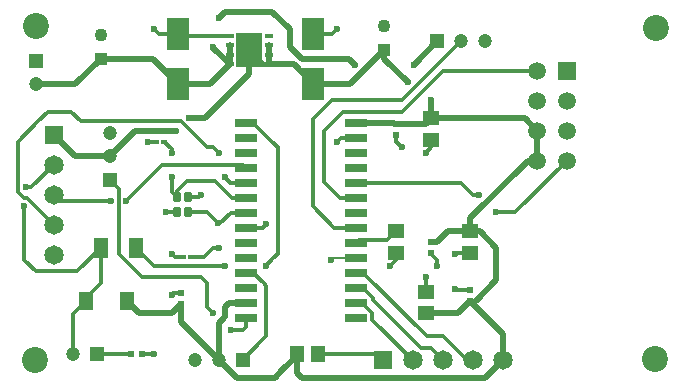
<source format=gtl>
G04 #@! TF.GenerationSoftware,KiCad,Pcbnew,8.0.7*
G04 #@! TF.CreationDate,2025-01-30T16:18:45+01:00*
G04 #@! TF.ProjectId,schematics,73636865-6d61-4746-9963-732e6b696361,rev?*
G04 #@! TF.SameCoordinates,Original*
G04 #@! TF.FileFunction,Copper,L1,Top*
G04 #@! TF.FilePolarity,Positive*
%FSLAX46Y46*%
G04 Gerber Fmt 4.6, Leading zero omitted, Abs format (unit mm)*
G04 Created by KiCad (PCBNEW 8.0.7) date 2025-01-30 16:18:45*
%MOMM*%
%LPD*%
G01*
G04 APERTURE LIST*
G04 Aperture macros list*
%AMRoundRect*
0 Rectangle with rounded corners*
0 $1 Rounding radius*
0 $2 $3 $4 $5 $6 $7 $8 $9 X,Y pos of 4 corners*
0 Add a 4 corners polygon primitive as box body*
4,1,4,$2,$3,$4,$5,$6,$7,$8,$9,$2,$3,0*
0 Add four circle primitives for the rounded corners*
1,1,$1+$1,$2,$3*
1,1,$1+$1,$4,$5*
1,1,$1+$1,$6,$7*
1,1,$1+$1,$8,$9*
0 Add four rect primitives between the rounded corners*
20,1,$1+$1,$2,$3,$4,$5,0*
20,1,$1+$1,$4,$5,$6,$7,0*
20,1,$1+$1,$6,$7,$8,$9,0*
20,1,$1+$1,$8,$9,$2,$3,0*%
G04 Aperture macros list end*
G04 #@! TA.AperFunction,SMDPad,CuDef*
%ADD10R,0.470000X0.440000*%
G04 #@! TD*
G04 #@! TA.AperFunction,ComponentPad*
%ADD11R,1.100000X1.100000*%
G04 #@! TD*
G04 #@! TA.AperFunction,ComponentPad*
%ADD12C,1.100000*%
G04 #@! TD*
G04 #@! TA.AperFunction,ComponentPad*
%ADD13R,1.200000X1.200000*%
G04 #@! TD*
G04 #@! TA.AperFunction,ComponentPad*
%ADD14C,1.200000*%
G04 #@! TD*
G04 #@! TA.AperFunction,SMDPad,CuDef*
%ADD15R,1.450000X1.150000*%
G04 #@! TD*
G04 #@! TA.AperFunction,SMDPad,CuDef*
%ADD16R,1.150000X1.450000*%
G04 #@! TD*
G04 #@! TA.AperFunction,SMDPad,CuDef*
%ADD17R,1.150000X1.700000*%
G04 #@! TD*
G04 #@! TA.AperFunction,ComponentPad*
%ADD18R,1.500000X1.500000*%
G04 #@! TD*
G04 #@! TA.AperFunction,ComponentPad*
%ADD19C,1.500000*%
G04 #@! TD*
G04 #@! TA.AperFunction,SMDPad,CuDef*
%ADD20RoundRect,0.180000X0.180000X0.230000X-0.180000X0.230000X-0.180000X-0.230000X0.180000X-0.230000X0*%
G04 #@! TD*
G04 #@! TA.AperFunction,ComponentPad*
%ADD21R,1.650000X1.650000*%
G04 #@! TD*
G04 #@! TA.AperFunction,ComponentPad*
%ADD22C,1.650000*%
G04 #@! TD*
G04 #@! TA.AperFunction,SMDPad,CuDef*
%ADD23R,0.620000X0.620000*%
G04 #@! TD*
G04 #@! TA.AperFunction,SMDPad,CuDef*
%ADD24R,1.850000X2.750000*%
G04 #@! TD*
G04 #@! TA.AperFunction,SMDPad,CuDef*
%ADD25R,1.250000X1.500000*%
G04 #@! TD*
G04 #@! TA.AperFunction,SMDPad,CuDef*
%ADD26RoundRect,0.100000X-0.225000X-0.100000X0.225000X-0.100000X0.225000X0.100000X-0.225000X0.100000X0*%
G04 #@! TD*
G04 #@! TA.AperFunction,HeatsinkPad*
%ADD27R,2.200000X3.000000*%
G04 #@! TD*
G04 #@! TA.AperFunction,SMDPad,CuDef*
%ADD28R,1.850000X0.650000*%
G04 #@! TD*
G04 #@! TA.AperFunction,ViaPad*
%ADD29C,2.200000*%
G04 #@! TD*
G04 #@! TA.AperFunction,ViaPad*
%ADD30C,0.600000*%
G04 #@! TD*
G04 #@! TA.AperFunction,Conductor*
%ADD31C,0.200000*%
G04 #@! TD*
G04 #@! TA.AperFunction,Conductor*
%ADD32C,0.300000*%
G04 #@! TD*
G04 #@! TA.AperFunction,Conductor*
%ADD33C,0.500000*%
G04 #@! TD*
G04 #@! TA.AperFunction,Conductor*
%ADD34C,0.400000*%
G04 #@! TD*
G04 APERTURE END LIST*
D10*
X132465000Y-69750000D03*
X133135000Y-69750000D03*
D11*
X149500000Y-52210000D03*
D12*
X149500000Y-50210000D03*
D13*
X154000000Y-51500000D03*
D14*
X156000000Y-51500000D03*
X158000000Y-51500000D03*
D15*
X150500000Y-69400000D03*
X150500000Y-67600000D03*
D16*
X143900000Y-78000000D03*
X142100000Y-78000000D03*
D15*
X153500000Y-59850000D03*
X153500000Y-58050000D03*
D11*
X125500000Y-53000000D03*
D12*
X125500000Y-51000000D03*
D17*
X125500000Y-69000000D03*
X128500000Y-69000000D03*
D18*
X164990000Y-53990000D03*
D19*
X164990000Y-56530000D03*
X164990000Y-59070000D03*
X164990000Y-61610000D03*
X162450000Y-53990000D03*
X162450000Y-56530000D03*
X162450000Y-59070000D03*
X162450000Y-61610000D03*
D20*
X132924000Y-66000000D03*
X132924000Y-64726000D03*
X131950000Y-64726000D03*
X131950000Y-66000000D03*
D21*
X149380000Y-78500000D03*
D22*
X151920000Y-78500000D03*
X154460000Y-78500000D03*
X157000000Y-78500000D03*
X159540000Y-78500000D03*
D23*
X150500000Y-59450000D03*
X150500000Y-58550000D03*
D24*
X143500000Y-55100000D03*
X143500000Y-50900000D03*
D25*
X127725000Y-73500000D03*
X124275000Y-73500000D03*
D24*
X132000000Y-55100000D03*
X132000000Y-50900000D03*
D15*
X153000000Y-72700000D03*
X153000000Y-74500000D03*
D13*
X120050000Y-53150000D03*
D14*
X120050000Y-55150000D03*
D13*
X126250000Y-63250000D03*
D14*
X126250000Y-61250000D03*
X126250000Y-59250000D03*
D13*
X125150000Y-78000000D03*
D14*
X123150000Y-78000000D03*
D21*
X121500000Y-59420000D03*
D22*
X121500000Y-61960000D03*
X121500000Y-64500000D03*
X121500000Y-67040000D03*
X121500000Y-69580000D03*
D23*
X132250000Y-72850000D03*
X132250000Y-73750000D03*
D13*
X137500000Y-78500000D03*
D14*
X135500000Y-78500000D03*
X133500000Y-78500000D03*
D23*
X128950000Y-78000000D03*
X128050000Y-78000000D03*
D10*
X130885000Y-60000000D03*
X130215000Y-60000000D03*
D15*
X156750000Y-69400000D03*
X156750000Y-67600000D03*
D26*
X136400000Y-51050000D03*
X136400000Y-51850000D03*
X136400000Y-52650000D03*
X136400000Y-53450000D03*
X139700000Y-53450000D03*
X139700000Y-52650000D03*
X139700000Y-51850000D03*
X139700000Y-51050000D03*
D27*
X138050000Y-52250000D03*
D23*
X153500000Y-69400000D03*
X153500000Y-68500000D03*
X156750000Y-72600000D03*
X156750000Y-73500000D03*
D28*
X137780000Y-58395000D03*
X137780000Y-59665000D03*
X137780000Y-60935000D03*
X137780000Y-62205000D03*
X137780000Y-63475000D03*
X137780000Y-64745000D03*
X137780000Y-66015000D03*
X137780000Y-67285000D03*
X137780000Y-68555000D03*
X137780000Y-69825000D03*
X137780000Y-71095000D03*
X137780000Y-72365000D03*
X137780000Y-73635000D03*
X137780000Y-74905000D03*
X147130000Y-74905000D03*
X147130000Y-73635000D03*
X147130000Y-72365000D03*
X147130000Y-71095000D03*
X147130000Y-69825000D03*
X147130000Y-68555000D03*
X147130000Y-67285000D03*
X147130000Y-66015000D03*
X147130000Y-64745000D03*
X147130000Y-63475000D03*
X147130000Y-62205000D03*
X147130000Y-60935000D03*
X147130000Y-59665000D03*
X147130000Y-58395000D03*
D29*
X120050000Y-50200000D03*
X119950000Y-78500000D03*
X172550000Y-50400000D03*
X172450000Y-78400000D03*
D30*
X131500000Y-73000000D03*
X145000000Y-70000000D03*
X153000000Y-61000000D03*
X131000000Y-66000000D03*
X129500000Y-60000000D03*
X151000000Y-60500000D03*
X139500000Y-67000000D03*
X145500000Y-50500000D03*
X154000000Y-70500000D03*
X145500000Y-60000000D03*
X130000000Y-78000000D03*
X134000000Y-64500000D03*
X155500000Y-72500000D03*
X130000000Y-50500000D03*
X131500000Y-69500000D03*
X155500000Y-69500000D03*
X153000000Y-71500000D03*
X150000000Y-70500000D03*
X131875735Y-59124265D03*
X153500000Y-56500000D03*
X133000000Y-58000000D03*
X151500000Y-55000000D03*
X152000000Y-53500000D03*
X147000000Y-53500000D03*
X135500000Y-49500000D03*
X135000000Y-52000000D03*
X135500000Y-69000000D03*
X135433235Y-66933235D03*
X131500000Y-63000000D03*
X131500000Y-61000000D03*
X127650000Y-65000000D03*
X126350000Y-65000000D03*
X119000000Y-65500000D03*
X119154265Y-63845735D03*
X135500000Y-61000000D03*
X136000000Y-63000000D03*
X136500000Y-76000000D03*
X135000000Y-74500000D03*
X139500000Y-70500000D03*
X136000000Y-70500000D03*
X157500000Y-64500000D03*
X159000000Y-66000000D03*
D31*
X147130000Y-69825000D02*
X145175000Y-69825000D01*
D32*
X143500000Y-50900000D02*
X145100000Y-50900000D01*
X131950000Y-66000000D02*
X131000000Y-66000000D01*
X145835000Y-59665000D02*
X145500000Y-60000000D01*
X132000000Y-50900000D02*
X130400000Y-50900000D01*
D31*
X147345000Y-59450000D02*
X147130000Y-59665000D01*
D32*
X153000000Y-72000000D02*
X153000000Y-71500000D01*
D31*
X132000000Y-50900000D02*
X132400000Y-50900000D01*
D32*
X153500000Y-59850000D02*
X153500000Y-60500000D01*
X153000000Y-72700000D02*
X153000000Y-72000000D01*
D31*
X155600000Y-72600000D02*
X155500000Y-72500000D01*
X133774000Y-64726000D02*
X134000000Y-64500000D01*
D32*
X132550000Y-51050000D02*
X136400000Y-51050000D01*
D31*
X153500000Y-69400000D02*
X153500000Y-69500000D01*
D32*
X150500000Y-70000000D02*
X150000000Y-70500000D01*
X154000000Y-70000000D02*
X154000000Y-70500000D01*
D31*
X155600000Y-69400000D02*
X155500000Y-69500000D01*
X132500000Y-50110000D02*
X132610000Y-50110000D01*
D32*
X131750000Y-69750000D02*
X131500000Y-69500000D01*
X143900000Y-78000000D02*
X148880000Y-78000000D01*
D31*
X132400000Y-50900000D02*
X132550000Y-51050000D01*
D32*
X150500000Y-60000000D02*
X151000000Y-60500000D01*
D31*
X148880000Y-78000000D02*
X149380000Y-78500000D01*
D32*
X132465000Y-69750000D02*
X131750000Y-69750000D01*
X147130000Y-59665000D02*
X145835000Y-59665000D01*
X145100000Y-50900000D02*
X145500000Y-50500000D01*
X132924000Y-64726000D02*
X133774000Y-64726000D01*
X130215000Y-60000000D02*
X129500000Y-60000000D01*
X156750000Y-69400000D02*
X155600000Y-69400000D01*
D31*
X149400000Y-50110000D02*
X149500000Y-50210000D01*
X131650000Y-72850000D02*
X131500000Y-73000000D01*
D32*
X130400000Y-50900000D02*
X130000000Y-50500000D01*
X139215000Y-67285000D02*
X139500000Y-67000000D01*
X137780000Y-67285000D02*
X139215000Y-67285000D01*
X153500000Y-60500000D02*
X153000000Y-61000000D01*
X150500000Y-69400000D02*
X150500000Y-70000000D01*
X150500000Y-59450000D02*
X150500000Y-60000000D01*
X132250000Y-72850000D02*
X131650000Y-72850000D01*
X153500000Y-69500000D02*
X154000000Y-70000000D01*
X128950000Y-78000000D02*
X130000000Y-78000000D01*
X156750000Y-72600000D02*
X155600000Y-72600000D01*
D31*
X145175000Y-69825000D02*
X145000000Y-70000000D01*
D33*
X123330000Y-61250000D02*
X121500000Y-59420000D01*
X133000000Y-58000000D02*
X134350000Y-58000000D01*
X142100000Y-79600000D02*
X142500000Y-80000000D01*
X158040000Y-80000000D02*
X144100000Y-80000000D01*
X159540000Y-76290000D02*
X156750000Y-73500000D01*
X136365000Y-73635000D02*
X137780000Y-73635000D01*
X142100000Y-78150000D02*
X140875000Y-79375000D01*
X126250000Y-61250000D02*
X128375735Y-59124265D01*
X141850000Y-53450000D02*
X143500000Y-55100000D01*
X150500000Y-58550000D02*
X153000000Y-58550000D01*
X140250000Y-80000000D02*
X140875000Y-79375000D01*
X156750000Y-67600000D02*
X156750000Y-66750000D01*
X136400000Y-79400000D02*
X137000000Y-80000000D01*
X132250000Y-73750000D02*
X131500000Y-74500000D01*
X139700000Y-53450000D02*
X141850000Y-53450000D01*
X162450000Y-59070000D02*
X162450000Y-61610000D01*
X128725000Y-74500000D02*
X127725000Y-73500000D01*
X157600000Y-67600000D02*
X156750000Y-67600000D01*
X153500000Y-68500000D02*
X154000000Y-68500000D01*
D34*
X138050000Y-52250000D02*
X139250000Y-53450000D01*
D33*
X132250000Y-75250000D02*
X135500000Y-78500000D01*
X157260000Y-73500000D02*
X159000000Y-71760000D01*
X153000000Y-58550000D02*
X153500000Y-58050000D01*
X138050000Y-54300000D02*
X138050000Y-52250000D01*
D34*
X139250000Y-53450000D02*
X139700000Y-53450000D01*
D33*
X137000000Y-80000000D02*
X140250000Y-80000000D01*
X128375735Y-59124265D02*
X131875735Y-59124265D01*
X158520000Y-79520000D02*
X159540000Y-78500000D01*
X158520000Y-79520000D02*
X158040000Y-80000000D01*
D32*
X156750000Y-73500000D02*
X157260000Y-73500000D01*
D33*
X153500000Y-56500000D02*
X153500000Y-58050000D01*
X153000000Y-74500000D02*
X155750000Y-74500000D01*
X149500000Y-52210000D02*
X149500000Y-53000000D01*
X147130000Y-58395000D02*
X150345000Y-58395000D01*
X135500000Y-75335000D02*
X135917500Y-74917500D01*
X154900000Y-67600000D02*
X156750000Y-67600000D01*
X151500000Y-55000000D02*
X149500000Y-53000000D01*
X126250000Y-61250000D02*
X123330000Y-61250000D01*
X132250000Y-73750000D02*
X132250000Y-75250000D01*
X146610000Y-55100000D02*
X149500000Y-52210000D01*
X143500000Y-55100000D02*
X146610000Y-55100000D01*
X153500000Y-58050000D02*
X161430000Y-58050000D01*
X134350000Y-58000000D02*
X138050000Y-54300000D01*
X159000000Y-69000000D02*
X157600000Y-67600000D01*
D31*
X135917500Y-74917500D02*
X136000000Y-74835000D01*
D33*
X135500000Y-78500000D02*
X135500000Y-75335000D01*
D31*
X142100000Y-78000000D02*
X142100000Y-78150000D01*
D33*
X159540000Y-78500000D02*
X159540000Y-76290000D01*
X139700000Y-52650000D02*
X139700000Y-51850000D01*
D32*
X158415000Y-79625000D02*
X158520000Y-79520000D01*
D33*
X155750000Y-74500000D02*
X156750000Y-73500000D01*
X162450000Y-61610000D02*
X161640000Y-61610000D01*
X139700000Y-53450000D02*
X139700000Y-52650000D01*
X131500000Y-74500000D02*
X128725000Y-74500000D01*
X136000000Y-74000000D02*
X136365000Y-73635000D01*
X161640000Y-61610000D02*
X156750000Y-66500000D01*
X161430000Y-58050000D02*
X162450000Y-59070000D01*
X159000000Y-71760000D02*
X159000000Y-69000000D01*
X136400000Y-79400000D02*
X135500000Y-78500000D01*
X142500000Y-80000000D02*
X144100000Y-80000000D01*
X154000000Y-68500000D02*
X154900000Y-67600000D01*
X142100000Y-78000000D02*
X142100000Y-79600000D01*
X136000000Y-74835000D02*
X136000000Y-74000000D01*
D31*
X150345000Y-58395000D02*
X150500000Y-58550000D01*
D33*
X156750000Y-66500000D02*
X156750000Y-66750000D01*
D32*
X125150000Y-78000000D02*
X128050000Y-78000000D01*
X147342500Y-68342500D02*
X149757500Y-68342500D01*
X149757500Y-68342500D02*
X150500000Y-67600000D01*
D31*
X147130000Y-68555000D02*
X147342500Y-68342500D01*
D32*
X147385000Y-68300000D02*
X147130000Y-68555000D01*
D33*
X141500000Y-50500000D02*
X140000000Y-49000000D01*
X141500000Y-52000000D02*
X141500000Y-50500000D01*
X135000000Y-52050000D02*
X136400000Y-53450000D01*
X129900000Y-53000000D02*
X132000000Y-55100000D01*
X136500000Y-49000000D02*
X136000000Y-49000000D01*
X145000000Y-53000000D02*
X146500000Y-53000000D01*
X134750000Y-55100000D02*
X136400000Y-53450000D01*
D31*
X135000000Y-52000000D02*
X135000000Y-52050000D01*
D33*
X136000000Y-49000000D02*
X135500000Y-49500000D01*
X146500000Y-53000000D02*
X147000000Y-53500000D01*
X125500000Y-53000000D02*
X129900000Y-53000000D01*
X138700000Y-49000000D02*
X136500000Y-49000000D01*
X132000000Y-55100000D02*
X134750000Y-55100000D01*
X152000000Y-53500000D02*
X154000000Y-51500000D01*
D31*
X132500000Y-54310000D02*
X132690000Y-54310000D01*
D33*
X145000000Y-53000000D02*
X142500000Y-53000000D01*
X120050000Y-55150000D02*
X123350000Y-55150000D01*
D31*
X132810000Y-54310000D02*
X132500000Y-54310000D01*
D33*
X123350000Y-55150000D02*
X125500000Y-53000000D01*
X142500000Y-53000000D02*
X141500000Y-52000000D01*
X140000000Y-49000000D02*
X138700000Y-49000000D01*
D32*
X136400000Y-53000000D02*
X136400000Y-52650000D01*
D33*
X136400000Y-53000000D02*
X136400000Y-51850000D01*
X136400000Y-53450000D02*
X136400000Y-53000000D01*
D32*
X154000000Y-51500000D02*
X153560000Y-51060000D01*
X135000000Y-69000000D02*
X134250000Y-69750000D01*
D31*
X135433235Y-66933235D02*
X135566765Y-66933235D01*
D32*
X136485000Y-66015000D02*
X137780000Y-66015000D01*
X135566765Y-66933235D02*
X136485000Y-66015000D01*
D31*
X137780000Y-66015000D02*
X138360000Y-66015000D01*
D32*
X135500000Y-69000000D02*
X135000000Y-69000000D01*
X134500000Y-66000000D02*
X132924000Y-66000000D01*
X135433235Y-66933235D02*
X134500000Y-66000000D01*
X133135000Y-69750000D02*
X134250000Y-69750000D01*
X136593529Y-64745000D02*
X137780000Y-64745000D01*
X135424264Y-63575736D02*
X136593529Y-64745000D01*
X131950000Y-64201471D02*
X132825735Y-63325735D01*
X132825735Y-63325735D02*
X135174263Y-63325735D01*
D31*
X138380000Y-64745000D02*
X137780000Y-64745000D01*
D32*
X135174263Y-63325735D02*
X135424264Y-63575736D01*
X131500000Y-60615000D02*
X130885000Y-60000000D01*
X131950000Y-64726000D02*
X131950000Y-64201471D01*
X131500000Y-64276000D02*
X131950000Y-64726000D01*
X131500000Y-63000000D02*
X131500000Y-64276000D01*
X131500000Y-61000000D02*
X131500000Y-60615000D01*
X127650000Y-65000000D02*
X130650000Y-62000000D01*
X135500000Y-62000000D02*
X137575000Y-62000000D01*
D31*
X121500000Y-64500000D02*
X122000000Y-65000000D01*
D32*
X122000000Y-65000000D02*
X126350000Y-65000000D01*
X130650000Y-62000000D02*
X135500000Y-62000000D01*
D31*
X137575000Y-62000000D02*
X137780000Y-62205000D01*
D32*
X121329009Y-71000000D02*
X123500000Y-71000000D01*
X119000000Y-68670991D02*
X119000000Y-70000000D01*
D31*
X124275000Y-73500000D02*
X124275000Y-73225000D01*
D32*
X123500000Y-71000000D02*
X125500000Y-69000000D01*
X119000000Y-70000000D02*
X120000000Y-71000000D01*
X119000000Y-65500000D02*
X119000000Y-68670991D01*
X124275000Y-73225000D02*
X125500000Y-72000000D01*
X120000000Y-71000000D02*
X121329009Y-71000000D01*
X121500000Y-61960000D02*
X119614265Y-63845735D01*
X123150000Y-74625000D02*
X124275000Y-73500000D01*
X123150000Y-78000000D02*
X123150000Y-74625000D01*
X119614265Y-63845735D02*
X119154265Y-63845735D01*
X125500000Y-72000000D02*
X125500000Y-69000000D01*
X134500000Y-60500000D02*
X132295000Y-58295000D01*
X119230000Y-64770000D02*
X119000000Y-64770000D01*
X123795000Y-58295000D02*
X123000000Y-57500000D01*
X135000000Y-60500000D02*
X134500000Y-60500000D01*
X124000000Y-58295000D02*
X123795000Y-58295000D01*
X118500000Y-60000000D02*
X120205000Y-58295000D01*
X121500000Y-67040000D02*
X119480000Y-65020000D01*
X137780000Y-63475000D02*
X136475000Y-63475000D01*
X119480000Y-65020000D02*
X119230000Y-64770000D01*
X135500000Y-61000000D02*
X135000000Y-60500000D01*
X124000000Y-58295000D02*
X132295000Y-58295000D01*
X121000000Y-57500000D02*
X120205000Y-58295000D01*
X118500000Y-64000000D02*
X118500000Y-60000000D01*
X118500000Y-64270000D02*
X118500000Y-64000000D01*
X136475000Y-63475000D02*
X136000000Y-63000000D01*
X136875000Y-63475000D02*
X137780000Y-63475000D01*
X123000000Y-57500000D02*
X121000000Y-57500000D01*
X119000000Y-64770000D02*
X118500000Y-64270000D01*
X148500000Y-75080000D02*
X148500000Y-74500000D01*
X147635000Y-73635000D02*
X147130000Y-73635000D01*
X148500000Y-74500000D02*
X147635000Y-73635000D01*
X151920000Y-78500000D02*
X148500000Y-75080000D01*
X148576206Y-73211206D02*
X148576206Y-73423794D01*
X147730000Y-72365000D02*
X148576206Y-73211206D01*
X153460000Y-77500000D02*
X154460000Y-78500000D01*
X152652412Y-77500000D02*
X153460000Y-77500000D01*
X148576206Y-73423794D02*
X152652412Y-77500000D01*
X147130000Y-72365000D02*
X147730000Y-72365000D01*
X147730000Y-71095000D02*
X147130000Y-71095000D01*
X154500000Y-76500000D02*
X153135000Y-76500000D01*
X153135000Y-76500000D02*
X147730000Y-71095000D01*
D31*
X157000000Y-78500000D02*
X156500000Y-78500000D01*
D32*
X156500000Y-78500000D02*
X154500000Y-76500000D01*
X151000000Y-56500000D02*
X145100000Y-56500000D01*
X156000000Y-51500000D02*
X151500000Y-56000000D01*
X143500000Y-65500000D02*
X145285000Y-67285000D01*
X145285000Y-67285000D02*
X147130000Y-67285000D01*
X143500000Y-58100000D02*
X143500000Y-65500000D01*
X151500000Y-56000000D02*
X151000000Y-56500000D01*
X144500000Y-57100000D02*
X143500000Y-58100000D01*
X145100000Y-56500000D02*
X144500000Y-57100000D01*
D31*
X138380000Y-71095000D02*
X137780000Y-71095000D01*
D32*
X139500000Y-76500000D02*
X139005000Y-76995000D01*
X137500000Y-78500000D02*
X139005000Y-76995000D01*
X139500000Y-76500000D02*
X139500000Y-72215000D01*
X138380000Y-71095000D02*
X139285000Y-72000000D01*
X139500000Y-72215000D02*
X139285000Y-72000000D01*
X134000000Y-71500000D02*
X134500000Y-72000000D01*
X127000000Y-64000000D02*
X127000000Y-69500000D01*
X127000000Y-69500000D02*
X127625000Y-70125000D01*
X137500000Y-76000000D02*
X137780000Y-75720000D01*
X132000000Y-71500000D02*
X134000000Y-71500000D01*
X136500000Y-76000000D02*
X137500000Y-76000000D01*
X134500000Y-74000000D02*
X135000000Y-74500000D01*
X137780000Y-75720000D02*
X137780000Y-74905000D01*
X129000000Y-71500000D02*
X132000000Y-71500000D01*
X127625000Y-70125000D02*
X129000000Y-71500000D01*
X126250000Y-63250000D02*
X127000000Y-64000000D01*
X134500000Y-72000000D02*
X134500000Y-74000000D01*
X140500000Y-60500000D02*
X140500000Y-69500000D01*
X139500000Y-70500000D02*
X140100000Y-69900000D01*
X140015000Y-60015000D02*
X140500000Y-60500000D01*
X130000000Y-70500000D02*
X130500000Y-70500000D01*
X128500000Y-69000000D02*
X130000000Y-70500000D01*
X140000000Y-60015000D02*
X138380000Y-58395000D01*
X140500000Y-69500000D02*
X140100000Y-69900000D01*
D31*
X138380000Y-58395000D02*
X137780000Y-58395000D01*
D32*
X140100000Y-60115000D02*
X140000000Y-60015000D01*
D31*
X140000000Y-60015000D02*
X140015000Y-60015000D01*
D32*
X130500000Y-70500000D02*
X136000000Y-70500000D01*
X157000000Y-64500000D02*
X157500000Y-64500000D01*
X160600000Y-66000000D02*
X164990000Y-61610000D01*
X159000000Y-66000000D02*
X160040000Y-66000000D01*
X160040000Y-66000000D02*
X160600000Y-66000000D01*
X155975000Y-63475000D02*
X147130000Y-63475000D01*
X157000000Y-64500000D02*
X155975000Y-63475000D01*
X145730000Y-57770000D02*
X144400000Y-59100000D01*
X154350000Y-54150000D02*
X154510000Y-53990000D01*
X146000000Y-57500000D02*
X151000000Y-57500000D01*
X154510000Y-53990000D02*
X162450000Y-53990000D01*
X145745000Y-64745000D02*
X147130000Y-64745000D01*
X144400000Y-63400000D02*
X145745000Y-64745000D01*
X151000000Y-57500000D02*
X154350000Y-54150000D01*
X144400000Y-59100000D02*
X144400000Y-63400000D01*
X145730000Y-57770000D02*
X146000000Y-57500000D01*
M02*

</source>
